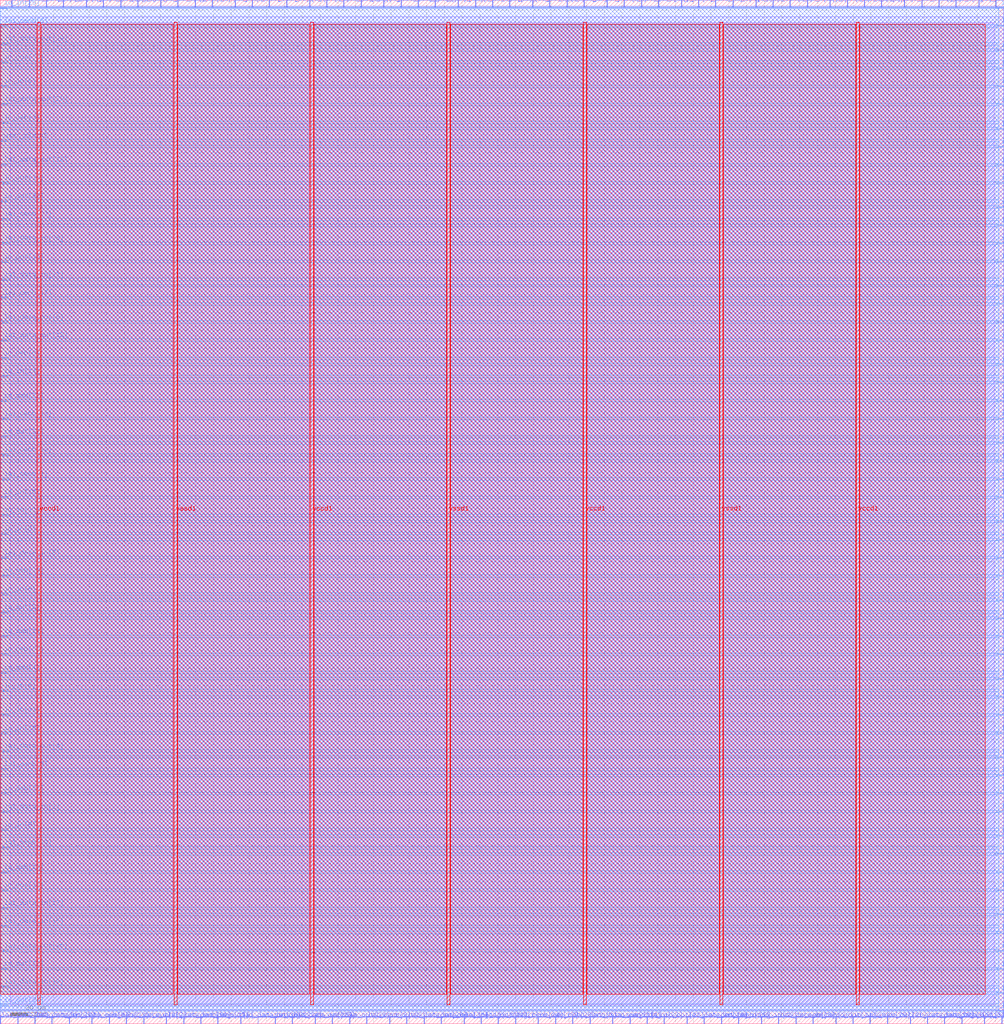
<source format=lef>
VERSION 5.7 ;
  NOWIREEXTENSIONATPIN ON ;
  DIVIDERCHAR "/" ;
  BUSBITCHARS "[]" ;
MACRO wrapped_ibnalhaytham
  CLASS BLOCK ;
  FOREIGN wrapped_ibnalhaytham ;
  ORIGIN 0.000 0.000 ;
  SIZE 565.050 BY 575.770 ;
  PIN active
    DIRECTION INPUT ;
    USE SIGNAL ;
    PORT
      LAYER met2 ;
        RECT 186.850 0.000 187.130 4.000 ;
    END
  END active
  PIN io_in[0]
    DIRECTION INPUT ;
    USE SIGNAL ;
    PORT
      LAYER met3 ;
        RECT 0.000 527.040 4.000 527.640 ;
    END
  END io_in[0]
  PIN io_in[10]
    DIRECTION INPUT ;
    USE SIGNAL ;
    PORT
      LAYER met3 ;
        RECT 0.000 295.840 4.000 296.440 ;
    END
  END io_in[10]
  PIN io_in[11]
    DIRECTION INPUT ;
    USE SIGNAL ;
    PORT
      LAYER met3 ;
        RECT 561.050 251.640 565.050 252.240 ;
    END
  END io_in[11]
  PIN io_in[12]
    DIRECTION INPUT ;
    USE SIGNAL ;
    PORT
      LAYER met3 ;
        RECT 0.000 285.640 4.000 286.240 ;
    END
  END io_in[12]
  PIN io_in[13]
    DIRECTION INPUT ;
    USE SIGNAL ;
    PORT
      LAYER met3 ;
        RECT 561.050 183.640 565.050 184.240 ;
    END
  END io_in[13]
  PIN io_in[14]
    DIRECTION INPUT ;
    USE SIGNAL ;
    PORT
      LAYER met3 ;
        RECT 0.000 363.840 4.000 364.440 ;
    END
  END io_in[14]
  PIN io_in[15]
    DIRECTION INPUT ;
    USE SIGNAL ;
    PORT
      LAYER met2 ;
        RECT 132.110 571.770 132.390 575.770 ;
    END
  END io_in[15]
  PIN io_in[16]
    DIRECTION INPUT ;
    USE SIGNAL ;
    PORT
      LAYER met3 ;
        RECT 561.050 516.840 565.050 517.440 ;
    END
  END io_in[16]
  PIN io_in[17]
    DIRECTION INPUT ;
    USE SIGNAL ;
    PORT
      LAYER met3 ;
        RECT 561.050 61.240 565.050 61.840 ;
    END
  END io_in[17]
  PIN io_in[18]
    DIRECTION INPUT ;
    USE SIGNAL ;
    PORT
      LAYER met2 ;
        RECT 270.570 0.000 270.850 4.000 ;
    END
  END io_in[18]
  PIN io_in[19]
    DIRECTION INPUT ;
    USE SIGNAL ;
    PORT
      LAYER met2 ;
        RECT 428.350 0.000 428.630 4.000 ;
    END
  END io_in[19]
  PIN io_in[1]
    DIRECTION INPUT ;
    USE SIGNAL ;
    PORT
      LAYER met2 ;
        RECT 354.290 0.000 354.570 4.000 ;
    END
  END io_in[1]
  PIN io_in[20]
    DIRECTION INPUT ;
    USE SIGNAL ;
    PORT
      LAYER met2 ;
        RECT 479.870 0.000 480.150 4.000 ;
    END
  END io_in[20]
  PIN io_in[21]
    DIRECTION INPUT ;
    USE SIGNAL ;
    PORT
      LAYER met2 ;
        RECT 541.050 0.000 541.330 4.000 ;
    END
  END io_in[21]
  PIN io_in[22]
    DIRECTION INPUT ;
    USE SIGNAL ;
    PORT
      LAYER met2 ;
        RECT 67.710 571.770 67.990 575.770 ;
    END
  END io_in[22]
  PIN io_in[23]
    DIRECTION INPUT ;
    USE SIGNAL ;
    PORT
      LAYER met2 ;
        RECT 486.310 571.770 486.590 575.770 ;
    END
  END io_in[23]
  PIN io_in[24]
    DIRECTION INPUT ;
    USE SIGNAL ;
    PORT
      LAYER met2 ;
        RECT 99.910 571.770 100.190 575.770 ;
    END
  END io_in[24]
  PIN io_in[25]
    DIRECTION INPUT ;
    USE SIGNAL ;
    PORT
      LAYER met3 ;
        RECT 0.000 571.240 4.000 571.840 ;
    END
  END io_in[25]
  PIN io_in[26]
    DIRECTION INPUT ;
    USE SIGNAL ;
    PORT
      LAYER met3 ;
        RECT 561.050 173.440 565.050 174.040 ;
    END
  END io_in[26]
  PIN io_in[27]
    DIRECTION INPUT ;
    USE SIGNAL ;
    PORT
      LAYER met2 ;
        RECT 425.130 571.770 425.410 575.770 ;
    END
  END io_in[27]
  PIN io_in[28]
    DIRECTION INPUT ;
    USE SIGNAL ;
    PORT
      LAYER met2 ;
        RECT 119.230 571.770 119.510 575.770 ;
    END
  END io_in[28]
  PIN io_in[29]
    DIRECTION INPUT ;
    USE SIGNAL ;
    PORT
      LAYER met2 ;
        RECT 309.210 571.770 309.490 575.770 ;
    END
  END io_in[29]
  PIN io_in[2]
    DIRECTION INPUT ;
    USE SIGNAL ;
    PORT
      LAYER met2 ;
        RECT 415.470 0.000 415.750 4.000 ;
    END
  END io_in[2]
  PIN io_in[30]
    DIRECTION INPUT ;
    USE SIGNAL ;
    PORT
      LAYER met3 ;
        RECT 0.000 163.240 4.000 163.840 ;
    END
  END io_in[30]
  PIN io_in[31]
    DIRECTION INPUT ;
    USE SIGNAL ;
    PORT
      LAYER met3 ;
        RECT 0.000 173.440 4.000 174.040 ;
    END
  END io_in[31]
  PIN io_in[32]
    DIRECTION INPUT ;
    USE SIGNAL ;
    PORT
      LAYER met2 ;
        RECT 154.650 0.000 154.930 4.000 ;
    END
  END io_in[32]
  PIN io_in[33]
    DIRECTION INPUT ;
    USE SIGNAL ;
    PORT
      LAYER met2 ;
        RECT 363.950 0.000 364.230 4.000 ;
    END
  END io_in[33]
  PIN io_in[34]
    DIRECTION INPUT ;
    USE SIGNAL ;
    PORT
      LAYER met2 ;
        RECT 328.530 571.770 328.810 575.770 ;
    END
  END io_in[34]
  PIN io_in[35]
    DIRECTION INPUT ;
    USE SIGNAL ;
    PORT
      LAYER met2 ;
        RECT 109.570 571.770 109.850 575.770 ;
    END
  END io_in[35]
  PIN io_in[36]
    DIRECTION INPUT ;
    USE SIGNAL ;
    PORT
      LAYER met3 ;
        RECT 561.050 493.040 565.050 493.640 ;
    END
  END io_in[36]
  PIN io_in[37]
    DIRECTION INPUT ;
    USE SIGNAL ;
    PORT
      LAYER met3 ;
        RECT 561.050 340.040 565.050 340.640 ;
    END
  END io_in[37]
  PIN io_in[3]
    DIRECTION INPUT ;
    USE SIGNAL ;
    PORT
      LAYER met2 ;
        RECT 495.970 571.770 496.250 575.770 ;
    END
  END io_in[3]
  PIN io_in[4]
    DIRECTION INPUT ;
    USE SIGNAL ;
    PORT
      LAYER met2 ;
        RECT 560.370 571.770 560.650 575.770 ;
    END
  END io_in[4]
  PIN io_in[5]
    DIRECTION INPUT ;
    USE SIGNAL ;
    PORT
      LAYER met3 ;
        RECT 0.000 187.040 4.000 187.640 ;
    END
  END io_in[5]
  PIN io_in[6]
    DIRECTION INPUT ;
    USE SIGNAL ;
    PORT
      LAYER met3 ;
        RECT 0.000 275.440 4.000 276.040 ;
    END
  END io_in[6]
  PIN io_in[7]
    DIRECTION INPUT ;
    USE SIGNAL ;
    PORT
      LAYER met2 ;
        RECT 383.270 571.770 383.550 575.770 ;
    END
  END io_in[7]
  PIN io_in[8]
    DIRECTION INPUT ;
    USE SIGNAL ;
    PORT
      LAYER met3 ;
        RECT 0.000 241.440 4.000 242.040 ;
    END
  END io_in[8]
  PIN io_in[9]
    DIRECTION INPUT ;
    USE SIGNAL ;
    PORT
      LAYER met3 ;
        RECT 0.000 108.840 4.000 109.440 ;
    END
  END io_in[9]
  PIN io_oeb[0]
    DIRECTION INOUT ;
    USE SIGNAL ;
    PORT
      LAYER met2 ;
        RECT 257.690 571.770 257.970 575.770 ;
    END
  END io_oeb[0]
  PIN io_oeb[10]
    DIRECTION INOUT ;
    USE SIGNAL ;
    PORT
      LAYER met2 ;
        RECT 447.670 0.000 447.950 4.000 ;
    END
  END io_oeb[10]
  PIN io_oeb[11]
    DIRECTION INOUT ;
    USE SIGNAL ;
    PORT
      LAYER met2 ;
        RECT 280.230 0.000 280.510 4.000 ;
    END
  END io_oeb[11]
  PIN io_oeb[12]
    DIRECTION INOUT ;
    USE SIGNAL ;
    PORT
      LAYER met3 ;
        RECT 561.050 360.440 565.050 361.040 ;
    END
  END io_oeb[12]
  PIN io_oeb[13]
    DIRECTION INOUT ;
    USE SIGNAL ;
    PORT
      LAYER met2 ;
        RECT 302.770 0.000 303.050 4.000 ;
    END
  END io_oeb[13]
  PIN io_oeb[14]
    DIRECTION INOUT ;
    USE SIGNAL ;
    PORT
      LAYER met3 ;
        RECT 0.000 217.640 4.000 218.240 ;
    END
  END io_oeb[14]
  PIN io_oeb[15]
    DIRECTION INOUT ;
    USE SIGNAL ;
    PORT
      LAYER met2 ;
        RECT 177.190 0.000 177.470 4.000 ;
    END
  END io_oeb[15]
  PIN io_oeb[16]
    DIRECTION INOUT ;
    USE SIGNAL ;
    PORT
      LAYER met2 ;
        RECT 151.430 571.770 151.710 575.770 ;
    END
  END io_oeb[16]
  PIN io_oeb[17]
    DIRECTION INOUT ;
    USE SIGNAL ;
    PORT
      LAYER met3 ;
        RECT 561.050 40.840 565.050 41.440 ;
    END
  END io_oeb[17]
  PIN io_oeb[18]
    DIRECTION INOUT ;
    USE SIGNAL ;
    PORT
      LAYER met2 ;
        RECT 77.370 571.770 77.650 575.770 ;
    END
  END io_oeb[18]
  PIN io_oeb[19]
    DIRECTION INOUT ;
    USE SIGNAL ;
    PORT
      LAYER met3 ;
        RECT 0.000 85.040 4.000 85.640 ;
    END
  END io_oeb[19]
  PIN io_oeb[1]
    DIRECTION INOUT ;
    USE SIGNAL ;
    PORT
      LAYER met3 ;
        RECT 561.050 370.640 565.050 371.240 ;
    END
  END io_oeb[1]
  PIN io_oeb[20]
    DIRECTION INOUT ;
    USE SIGNAL ;
    PORT
      LAYER met2 ;
        RECT 457.330 0.000 457.610 4.000 ;
    END
  END io_oeb[20]
  PIN io_oeb[21]
    DIRECTION INOUT ;
    USE SIGNAL ;
    PORT
      LAYER met3 ;
        RECT 561.050 547.440 565.050 548.040 ;
    END
  END io_oeb[21]
  PIN io_oeb[22]
    DIRECTION INOUT ;
    USE SIGNAL ;
    PORT
      LAYER met3 ;
        RECT 0.000 350.240 4.000 350.840 ;
    END
  END io_oeb[22]
  PIN io_oeb[23]
    DIRECTION INOUT ;
    USE SIGNAL ;
    PORT
      LAYER met2 ;
        RECT 61.270 0.000 61.550 4.000 ;
    END
  END io_oeb[23]
  PIN io_oeb[24]
    DIRECTION INOUT ;
    USE SIGNAL ;
    PORT
      LAYER met2 ;
        RECT 277.010 571.770 277.290 575.770 ;
    END
  END io_oeb[24]
  PIN io_oeb[25]
    DIRECTION INOUT ;
    USE SIGNAL ;
    PORT
      LAYER met3 ;
        RECT 561.050 163.240 565.050 163.840 ;
    END
  END io_oeb[25]
  PIN io_oeb[26]
    DIRECTION INOUT ;
    USE SIGNAL ;
    PORT
      LAYER met2 ;
        RECT 553.930 0.000 554.210 4.000 ;
    END
  END io_oeb[26]
  PIN io_oeb[27]
    DIRECTION INOUT ;
    USE SIGNAL ;
    PORT
      LAYER met3 ;
        RECT 561.050 459.040 565.050 459.640 ;
    END
  END io_oeb[27]
  PIN io_oeb[28]
    DIRECTION INOUT ;
    USE SIGNAL ;
    PORT
      LAYER met3 ;
        RECT 561.050 571.240 565.050 571.840 ;
    END
  END io_oeb[28]
  PIN io_oeb[29]
    DIRECTION INOUT ;
    USE SIGNAL ;
    PORT
      LAYER met2 ;
        RECT 489.530 0.000 489.810 4.000 ;
    END
  END io_oeb[29]
  PIN io_oeb[2]
    DIRECTION INOUT ;
    USE SIGNAL ;
    PORT
      LAYER met3 ;
        RECT 561.050 384.240 565.050 384.840 ;
    END
  END io_oeb[2]
  PIN io_oeb[30]
    DIRECTION INOUT ;
    USE SIGNAL ;
    PORT
      LAYER met3 ;
        RECT 561.050 261.840 565.050 262.440 ;
    END
  END io_oeb[30]
  PIN io_oeb[31]
    DIRECTION INOUT ;
    USE SIGNAL ;
    PORT
      LAYER met2 ;
        RECT 318.870 571.770 319.150 575.770 ;
    END
  END io_oeb[31]
  PIN io_oeb[32]
    DIRECTION INOUT ;
    USE SIGNAL ;
    PORT
      LAYER met3 ;
        RECT 561.050 306.040 565.050 306.640 ;
    END
  END io_oeb[32]
  PIN io_oeb[33]
    DIRECTION INOUT ;
    USE SIGNAL ;
    PORT
      LAYER met3 ;
        RECT 0.000 207.440 4.000 208.040 ;
    END
  END io_oeb[33]
  PIN io_oeb[34]
    DIRECTION INOUT ;
    USE SIGNAL ;
    PORT
      LAYER met2 ;
        RECT 202.950 571.770 203.230 575.770 ;
    END
  END io_oeb[34]
  PIN io_oeb[35]
    DIRECTION INOUT ;
    USE SIGNAL ;
    PORT
      LAYER met2 ;
        RECT 286.670 571.770 286.950 575.770 ;
    END
  END io_oeb[35]
  PIN io_oeb[36]
    DIRECTION INOUT ;
    USE SIGNAL ;
    PORT
      LAYER met3 ;
        RECT 0.000 251.640 4.000 252.240 ;
    END
  END io_oeb[36]
  PIN io_oeb[37]
    DIRECTION INOUT ;
    USE SIGNAL ;
    PORT
      LAYER met3 ;
        RECT 0.000 129.240 4.000 129.840 ;
    END
  END io_oeb[37]
  PIN io_oeb[3]
    DIRECTION INOUT ;
    USE SIGNAL ;
    PORT
      LAYER met3 ;
        RECT 0.000 506.640 4.000 507.240 ;
    END
  END io_oeb[3]
  PIN io_oeb[4]
    DIRECTION INOUT ;
    USE SIGNAL ;
    PORT
      LAYER met3 ;
        RECT 0.000 197.240 4.000 197.840 ;
    END
  END io_oeb[4]
  PIN io_oeb[5]
    DIRECTION INOUT ;
    USE SIGNAL ;
    PORT
      LAYER met3 ;
        RECT 561.050 17.040 565.050 17.640 ;
    END
  END io_oeb[5]
  PIN io_oeb[6]
    DIRECTION INOUT ;
    USE SIGNAL ;
    PORT
      LAYER met3 ;
        RECT 0.000 374.040 4.000 374.640 ;
    END
  END io_oeb[6]
  PIN io_oeb[7]
    DIRECTION INOUT ;
    USE SIGNAL ;
    PORT
      LAYER met3 ;
        RECT 561.050 217.640 565.050 218.240 ;
    END
  END io_oeb[7]
  PIN io_oeb[8]
    DIRECTION INOUT ;
    USE SIGNAL ;
    PORT
      LAYER met2 ;
        RECT 141.770 571.770 142.050 575.770 ;
    END
  END io_oeb[8]
  PIN io_oeb[9]
    DIRECTION INOUT ;
    USE SIGNAL ;
    PORT
      LAYER met2 ;
        RECT 51.610 0.000 51.890 4.000 ;
    END
  END io_oeb[9]
  PIN io_out[0]
    DIRECTION INOUT ;
    USE SIGNAL ;
    PORT
      LAYER met2 ;
        RECT 122.450 0.000 122.730 4.000 ;
    END
  END io_out[0]
  PIN io_out[10]
    DIRECTION INOUT ;
    USE SIGNAL ;
    PORT
      LAYER met2 ;
        RECT 466.990 571.770 467.270 575.770 ;
    END
  END io_out[10]
  PIN io_out[11]
    DIRECTION INOUT ;
    USE SIGNAL ;
    PORT
      LAYER met3 ;
        RECT 561.050 326.440 565.050 327.040 ;
    END
  END io_out[11]
  PIN io_out[12]
    DIRECTION INOUT ;
    USE SIGNAL ;
    PORT
      LAYER met3 ;
        RECT 0.000 30.640 4.000 31.240 ;
    END
  END io_out[12]
  PIN io_out[13]
    DIRECTION INOUT ;
    USE SIGNAL ;
    PORT
      LAYER met3 ;
        RECT 0.000 74.840 4.000 75.440 ;
    END
  END io_out[13]
  PIN io_out[14]
    DIRECTION INOUT ;
    USE SIGNAL ;
    PORT
      LAYER met2 ;
        RECT 470.210 0.000 470.490 4.000 ;
    END
  END io_out[14]
  PIN io_out[15]
    DIRECTION INOUT ;
    USE SIGNAL ;
    PORT
      LAYER met3 ;
        RECT 0.000 428.440 4.000 429.040 ;
    END
  END io_out[15]
  PIN io_out[16]
    DIRECTION INOUT ;
    USE SIGNAL ;
    PORT
      LAYER met3 ;
        RECT 0.000 472.640 4.000 473.240 ;
    END
  END io_out[16]
  PIN io_out[17]
    DIRECTION INOUT ;
    USE SIGNAL ;
    PORT
      LAYER met3 ;
        RECT 561.050 316.240 565.050 316.840 ;
    END
  END io_out[17]
  PIN io_out[18]
    DIRECTION INOUT ;
    USE SIGNAL ;
    PORT
      LAYER met2 ;
        RECT 161.090 571.770 161.370 575.770 ;
    END
  END io_out[18]
  PIN io_out[19]
    DIRECTION INOUT ;
    USE SIGNAL ;
    PORT
      LAYER met3 ;
        RECT 561.050 472.640 565.050 473.240 ;
    END
  END io_out[19]
  PIN io_out[1]
    DIRECTION INOUT ;
    USE SIGNAL ;
    PORT
      LAYER met3 ;
        RECT 561.050 207.440 565.050 208.040 ;
    END
  END io_out[1]
  PIN io_out[20]
    DIRECTION INOUT ;
    USE SIGNAL ;
    PORT
      LAYER met2 ;
        RECT 499.190 0.000 499.470 4.000 ;
    END
  END io_out[20]
  PIN io_out[21]
    DIRECTION INOUT ;
    USE SIGNAL ;
    PORT
      LAYER met2 ;
        RECT 454.110 571.770 454.390 575.770 ;
    END
  END io_out[21]
  PIN io_out[22]
    DIRECTION INOUT ;
    USE SIGNAL ;
    PORT
      LAYER met3 ;
        RECT 0.000 462.440 4.000 463.040 ;
    END
  END io_out[22]
  PIN io_out[23]
    DIRECTION INOUT ;
    USE SIGNAL ;
    PORT
      LAYER met2 ;
        RECT 373.610 0.000 373.890 4.000 ;
    END
  END io_out[23]
  PIN io_out[24]
    DIRECTION INOUT ;
    USE SIGNAL ;
    PORT
      LAYER met3 ;
        RECT 0.000 10.240 4.000 10.840 ;
    END
  END io_out[24]
  PIN io_out[25]
    DIRECTION INOUT ;
    USE SIGNAL ;
    PORT
      LAYER met2 ;
        RECT 312.430 0.000 312.710 4.000 ;
    END
  END io_out[25]
  PIN io_out[26]
    DIRECTION INOUT ;
    USE SIGNAL ;
    PORT
      LAYER met2 ;
        RECT 412.250 571.770 412.530 575.770 ;
    END
  END io_out[26]
  PIN io_out[27]
    DIRECTION INOUT ;
    USE SIGNAL ;
    PORT
      LAYER met2 ;
        RECT 341.410 571.770 341.690 575.770 ;
    END
  END io_out[27]
  PIN io_out[28]
    DIRECTION INOUT ;
    USE SIGNAL ;
    PORT
      LAYER met2 ;
        RECT 434.790 571.770 435.070 575.770 ;
    END
  END io_out[28]
  PIN io_out[29]
    DIRECTION INOUT ;
    USE SIGNAL ;
    PORT
      LAYER met2 ;
        RECT 196.510 0.000 196.790 4.000 ;
    END
  END io_out[29]
  PIN io_out[2]
    DIRECTION INOUT ;
    USE SIGNAL ;
    PORT
      LAYER met3 ;
        RECT 561.050 30.640 565.050 31.240 ;
    END
  END io_out[2]
  PIN io_out[30]
    DIRECTION INOUT ;
    USE SIGNAL ;
    PORT
      LAYER met2 ;
        RECT 80.590 0.000 80.870 4.000 ;
    END
  END io_out[30]
  PIN io_out[31]
    DIRECTION INOUT ;
    USE SIGNAL ;
    PORT
      LAYER met3 ;
        RECT 0.000 329.840 4.000 330.440 ;
    END
  END io_out[31]
  PIN io_out[32]
    DIRECTION INOUT ;
    USE SIGNAL ;
    PORT
      LAYER met2 ;
        RECT 518.510 571.770 518.790 575.770 ;
    END
  END io_out[32]
  PIN io_out[33]
    DIRECTION INOUT ;
    USE SIGNAL ;
    PORT
      LAYER met3 ;
        RECT 0.000 540.640 4.000 541.240 ;
    END
  END io_out[33]
  PIN io_out[34]
    DIRECTION INOUT ;
    USE SIGNAL ;
    PORT
      LAYER met3 ;
        RECT 561.050 85.040 565.050 85.640 ;
    END
  END io_out[34]
  PIN io_out[35]
    DIRECTION INOUT ;
    USE SIGNAL ;
    PORT
      LAYER met3 ;
        RECT 561.050 482.840 565.050 483.440 ;
    END
  END io_out[35]
  PIN io_out[36]
    DIRECTION INOUT ;
    USE SIGNAL ;
    PORT
      LAYER met3 ;
        RECT 561.050 448.840 565.050 449.440 ;
    END
  END io_out[36]
  PIN io_out[37]
    DIRECTION INOUT ;
    USE SIGNAL ;
    PORT
      LAYER met2 ;
        RECT 173.970 571.770 174.250 575.770 ;
    END
  END io_out[37]
  PIN io_out[3]
    DIRECTION INOUT ;
    USE SIGNAL ;
    PORT
      LAYER met3 ;
        RECT 561.050 527.040 565.050 527.640 ;
    END
  END io_out[3]
  PIN io_out[4]
    DIRECTION INOUT ;
    USE SIGNAL ;
    PORT
      LAYER met2 ;
        RECT 370.390 571.770 370.670 575.770 ;
    END
  END io_out[4]
  PIN io_out[5]
    DIRECTION INOUT ;
    USE SIGNAL ;
    PORT
      LAYER met3 ;
        RECT 561.050 350.240 565.050 350.840 ;
    END
  END io_out[5]
  PIN io_out[6]
    DIRECTION INOUT ;
    USE SIGNAL ;
    PORT
      LAYER met3 ;
        RECT 561.050 438.640 565.050 439.240 ;
    END
  END io_out[6]
  PIN io_out[7]
    DIRECTION INOUT ;
    USE SIGNAL ;
    PORT
      LAYER met2 ;
        RECT 537.830 571.770 538.110 575.770 ;
    END
  END io_out[7]
  PIN io_out[8]
    DIRECTION INOUT ;
    USE SIGNAL ;
    PORT
      LAYER met3 ;
        RECT 0.000 231.240 4.000 231.840 ;
    END
  END io_out[8]
  PIN io_out[9]
    DIRECTION INOUT ;
    USE SIGNAL ;
    PORT
      LAYER met2 ;
        RECT 219.050 0.000 219.330 4.000 ;
    END
  END io_out[9]
  PIN la1_data_in[0]
    DIRECTION INPUT ;
    USE SIGNAL ;
    PORT
      LAYER met3 ;
        RECT 561.050 119.040 565.050 119.640 ;
    END
  END la1_data_in[0]
  PIN la1_data_in[10]
    DIRECTION INPUT ;
    USE SIGNAL ;
    PORT
      LAYER met3 ;
        RECT 561.050 95.240 565.050 95.840 ;
    END
  END la1_data_in[10]
  PIN la1_data_in[11]
    DIRECTION INPUT ;
    USE SIGNAL ;
    PORT
      LAYER met2 ;
        RECT 248.030 0.000 248.310 4.000 ;
    END
  END la1_data_in[11]
  PIN la1_data_in[12]
    DIRECTION INPUT ;
    USE SIGNAL ;
    PORT
      LAYER met2 ;
        RECT 16.190 571.770 16.470 575.770 ;
    END
  END la1_data_in[12]
  PIN la1_data_in[13]
    DIRECTION INPUT ;
    USE SIGNAL ;
    PORT
      LAYER met2 ;
        RECT 531.390 0.000 531.670 4.000 ;
    END
  END la1_data_in[13]
  PIN la1_data_in[14]
    DIRECTION INPUT ;
    USE SIGNAL ;
    PORT
      LAYER met2 ;
        RECT 386.490 0.000 386.770 4.000 ;
    END
  END la1_data_in[14]
  PIN la1_data_in[15]
    DIRECTION INPUT ;
    USE SIGNAL ;
    PORT
      LAYER met3 ;
        RECT 0.000 54.440 4.000 55.040 ;
    END
  END la1_data_in[15]
  PIN la1_data_in[16]
    DIRECTION INPUT ;
    USE SIGNAL ;
    PORT
      LAYER met2 ;
        RECT 183.630 571.770 183.910 575.770 ;
    END
  END la1_data_in[16]
  PIN la1_data_in[17]
    DIRECTION INPUT ;
    USE SIGNAL ;
    PORT
      LAYER met3 ;
        RECT 0.000 64.640 4.000 65.240 ;
    END
  END la1_data_in[17]
  PIN la1_data_in[18]
    DIRECTION INPUT ;
    USE SIGNAL ;
    PORT
      LAYER met2 ;
        RECT 267.350 571.770 267.630 575.770 ;
    END
  END la1_data_in[18]
  PIN la1_data_in[19]
    DIRECTION INPUT ;
    USE SIGNAL ;
    PORT
      LAYER met3 ;
        RECT 0.000 20.440 4.000 21.040 ;
    END
  END la1_data_in[19]
  PIN la1_data_in[1]
    DIRECTION INPUT ;
    USE SIGNAL ;
    PORT
      LAYER met2 ;
        RECT 193.290 571.770 193.570 575.770 ;
    END
  END la1_data_in[1]
  PIN la1_data_in[20]
    DIRECTION INPUT ;
    USE SIGNAL ;
    PORT
      LAYER met2 ;
        RECT 228.710 0.000 228.990 4.000 ;
    END
  END la1_data_in[20]
  PIN la1_data_in[21]
    DIRECTION INPUT ;
    USE SIGNAL ;
    PORT
      LAYER met3 ;
        RECT 0.000 418.240 4.000 418.840 ;
    END
  END la1_data_in[21]
  PIN la1_data_in[22]
    DIRECTION INPUT ;
    USE SIGNAL ;
    PORT
      LAYER met2 ;
        RECT 550.710 571.770 550.990 575.770 ;
    END
  END la1_data_in[22]
  PIN la1_data_in[23]
    DIRECTION INPUT ;
    USE SIGNAL ;
    PORT
      LAYER met3 ;
        RECT 561.050 105.440 565.050 106.040 ;
    END
  END la1_data_in[23]
  PIN la1_data_in[24]
    DIRECTION INPUT ;
    USE SIGNAL ;
    PORT
      LAYER met3 ;
        RECT 561.050 282.240 565.050 282.840 ;
    END
  END la1_data_in[24]
  PIN la1_data_in[25]
    DIRECTION INPUT ;
    USE SIGNAL ;
    PORT
      LAYER met2 ;
        RECT 164.310 0.000 164.590 4.000 ;
    END
  END la1_data_in[25]
  PIN la1_data_in[26]
    DIRECTION INPUT ;
    USE SIGNAL ;
    PORT
      LAYER met3 ;
        RECT 0.000 438.640 4.000 439.240 ;
    END
  END la1_data_in[26]
  PIN la1_data_in[27]
    DIRECTION INPUT ;
    USE SIGNAL ;
    PORT
      LAYER met3 ;
        RECT 561.050 51.040 565.050 51.640 ;
    END
  END la1_data_in[27]
  PIN la1_data_in[28]
    DIRECTION INPUT ;
    USE SIGNAL ;
    PORT
      LAYER met2 ;
        RECT 6.530 571.770 6.810 575.770 ;
    END
  END la1_data_in[28]
  PIN la1_data_in[29]
    DIRECTION INPUT ;
    USE SIGNAL ;
    PORT
      LAYER met2 ;
        RECT 48.390 571.770 48.670 575.770 ;
    END
  END la1_data_in[29]
  PIN la1_data_in[2]
    DIRECTION INPUT ;
    USE SIGNAL ;
    PORT
      LAYER met3 ;
        RECT 0.000 119.040 4.000 119.640 ;
    END
  END la1_data_in[2]
  PIN la1_data_in[30]
    DIRECTION INPUT ;
    USE SIGNAL ;
    PORT
      LAYER met2 ;
        RECT 135.330 0.000 135.610 4.000 ;
    END
  END la1_data_in[30]
  PIN la1_data_in[31]
    DIRECTION INPUT ;
    USE SIGNAL ;
    PORT
      LAYER met2 ;
        RECT 19.410 0.000 19.690 4.000 ;
    END
  END la1_data_in[31]
  PIN la1_data_in[3]
    DIRECTION INPUT ;
    USE SIGNAL ;
    PORT
      LAYER met2 ;
        RECT 438.010 0.000 438.290 4.000 ;
    END
  END la1_data_in[3]
  PIN la1_data_in[4]
    DIRECTION INPUT ;
    USE SIGNAL ;
    PORT
      LAYER met2 ;
        RECT 563.590 0.000 563.870 4.000 ;
    END
  END la1_data_in[4]
  PIN la1_data_in[5]
    DIRECTION INPUT ;
    USE SIGNAL ;
    PORT
      LAYER met2 ;
        RECT 476.650 571.770 476.930 575.770 ;
    END
  END la1_data_in[5]
  PIN la1_data_in[6]
    DIRECTION INPUT ;
    USE SIGNAL ;
    PORT
      LAYER met2 ;
        RECT 25.850 571.770 26.130 575.770 ;
    END
  END la1_data_in[6]
  PIN la1_data_in[7]
    DIRECTION INPUT ;
    USE SIGNAL ;
    PORT
      LAYER met2 ;
        RECT 215.830 571.770 216.110 575.770 ;
    END
  END la1_data_in[7]
  PIN la1_data_in[8]
    DIRECTION INPUT ;
    USE SIGNAL ;
    PORT
      LAYER met3 ;
        RECT 0.000 261.840 4.000 262.440 ;
    END
  END la1_data_in[8]
  PIN la1_data_in[9]
    DIRECTION INPUT ;
    USE SIGNAL ;
    PORT
      LAYER met2 ;
        RECT 225.490 571.770 225.770 575.770 ;
    END
  END la1_data_in[9]
  PIN la1_data_out[0]
    DIRECTION INOUT ;
    USE SIGNAL ;
    PORT
      LAYER met3 ;
        RECT 0.000 394.440 4.000 395.040 ;
    END
  END la1_data_out[0]
  PIN la1_data_out[10]
    DIRECTION INOUT ;
    USE SIGNAL ;
    PORT
      LAYER met2 ;
        RECT 93.470 0.000 93.750 4.000 ;
    END
  END la1_data_out[10]
  PIN la1_data_out[11]
    DIRECTION INOUT ;
    USE SIGNAL ;
    PORT
      LAYER met3 ;
        RECT 561.050 139.440 565.050 140.040 ;
    END
  END la1_data_out[11]
  PIN la1_data_out[12]
    DIRECTION INOUT ;
    USE SIGNAL ;
    PORT
      LAYER met2 ;
        RECT 260.910 0.000 261.190 4.000 ;
    END
  END la1_data_out[12]
  PIN la1_data_out[13]
    DIRECTION INOUT ;
    USE SIGNAL ;
    PORT
      LAYER met3 ;
        RECT 561.050 537.240 565.050 537.840 ;
    END
  END la1_data_out[13]
  PIN la1_data_out[14]
    DIRECTION INOUT ;
    USE SIGNAL ;
    PORT
      LAYER met3 ;
        RECT 561.050 414.840 565.050 415.440 ;
    END
  END la1_data_out[14]
  PIN la1_data_out[15]
    DIRECTION INOUT ;
    USE SIGNAL ;
    PORT
      LAYER met2 ;
        RECT 299.550 571.770 299.830 575.770 ;
    END
  END la1_data_out[15]
  PIN la1_data_out[16]
    DIRECTION INOUT ;
    USE SIGNAL ;
    PORT
      LAYER met3 ;
        RECT 0.000 482.840 4.000 483.440 ;
    END
  END la1_data_out[16]
  PIN la1_data_out[17]
    DIRECTION INOUT ;
    USE SIGNAL ;
    PORT
      LAYER met3 ;
        RECT 561.050 193.840 565.050 194.440 ;
    END
  END la1_data_out[17]
  PIN la1_data_out[18]
    DIRECTION INOUT ;
    USE SIGNAL ;
    PORT
      LAYER met3 ;
        RECT 0.000 384.240 4.000 384.840 ;
    END
  END la1_data_out[18]
  PIN la1_data_out[19]
    DIRECTION INOUT ;
    USE SIGNAL ;
    PORT
      LAYER met2 ;
        RECT 58.050 571.770 58.330 575.770 ;
    END
  END la1_data_out[19]
  PIN la1_data_out[1]
    DIRECTION INOUT ;
    USE SIGNAL ;
    PORT
      LAYER met3 ;
        RECT 561.050 295.840 565.050 296.440 ;
    END
  END la1_data_out[1]
  PIN la1_data_out[20]
    DIRECTION INOUT ;
    USE SIGNAL ;
    PORT
      LAYER met3 ;
        RECT 0.000 516.840 4.000 517.440 ;
    END
  END la1_data_out[20]
  PIN la1_data_out[21]
    DIRECTION INOUT ;
    USE SIGNAL ;
    PORT
      LAYER met2 ;
        RECT 331.750 0.000 332.030 4.000 ;
    END
  END la1_data_out[21]
  PIN la1_data_out[22]
    DIRECTION INOUT ;
    USE SIGNAL ;
    PORT
      LAYER met3 ;
        RECT 561.050 503.240 565.050 503.840 ;
    END
  END la1_data_out[22]
  PIN la1_data_out[23]
    DIRECTION INOUT ;
    USE SIGNAL ;
    PORT
      LAYER met2 ;
        RECT 351.070 571.770 351.350 575.770 ;
    END
  END la1_data_out[23]
  PIN la1_data_out[24]
    DIRECTION INOUT ;
    USE SIGNAL ;
    PORT
      LAYER met2 ;
        RECT 144.990 0.000 145.270 4.000 ;
    END
  END la1_data_out[24]
  PIN la1_data_out[25]
    DIRECTION INOUT ;
    USE SIGNAL ;
    PORT
      LAYER met3 ;
        RECT 561.050 227.840 565.050 228.440 ;
    END
  END la1_data_out[25]
  PIN la1_data_out[26]
    DIRECTION INOUT ;
    USE SIGNAL ;
    PORT
      LAYER met3 ;
        RECT 0.000 40.840 4.000 41.440 ;
    END
  END la1_data_out[26]
  PIN la1_data_out[27]
    DIRECTION INOUT ;
    USE SIGNAL ;
    PORT
      LAYER met3 ;
        RECT 561.050 74.840 565.050 75.440 ;
    END
  END la1_data_out[27]
  PIN la1_data_out[28]
    DIRECTION INOUT ;
    USE SIGNAL ;
    PORT
      LAYER met3 ;
        RECT 0.000 550.840 4.000 551.440 ;
    END
  END la1_data_out[28]
  PIN la1_data_out[29]
    DIRECTION INOUT ;
    USE SIGNAL ;
    PORT
      LAYER met2 ;
        RECT 512.070 0.000 512.350 4.000 ;
    END
  END la1_data_out[29]
  PIN la1_data_out[2]
    DIRECTION INOUT ;
    USE SIGNAL ;
    PORT
      LAYER met2 ;
        RECT 70.930 0.000 71.210 4.000 ;
    END
  END la1_data_out[2]
  PIN la1_data_out[30]
    DIRECTION INOUT ;
    USE SIGNAL ;
    PORT
      LAYER met2 ;
        RECT 238.370 0.000 238.650 4.000 ;
    END
  END la1_data_out[30]
  PIN la1_data_out[31]
    DIRECTION INOUT ;
    USE SIGNAL ;
    PORT
      LAYER met3 ;
        RECT 561.050 149.640 565.050 150.240 ;
    END
  END la1_data_out[31]
  PIN la1_data_out[3]
    DIRECTION INOUT ;
    USE SIGNAL ;
    PORT
      LAYER met3 ;
        RECT 561.050 561.040 565.050 561.640 ;
    END
  END la1_data_out[3]
  PIN la1_data_out[4]
    DIRECTION INOUT ;
    USE SIGNAL ;
    PORT
      LAYER met3 ;
        RECT 0.000 153.040 4.000 153.640 ;
    END
  END la1_data_out[4]
  PIN la1_data_out[5]
    DIRECTION INOUT ;
    USE SIGNAL ;
    PORT
      LAYER met2 ;
        RECT 521.730 0.000 522.010 4.000 ;
    END
  END la1_data_out[5]
  PIN la1_data_out[6]
    DIRECTION INOUT ;
    USE SIGNAL ;
    PORT
      LAYER met2 ;
        RECT 38.730 0.000 39.010 4.000 ;
    END
  END la1_data_out[6]
  PIN la1_data_out[7]
    DIRECTION INOUT ;
    USE SIGNAL ;
    PORT
      LAYER met3 ;
        RECT 561.050 238.040 565.050 238.640 ;
    END
  END la1_data_out[7]
  PIN la1_data_out[8]
    DIRECTION INOUT ;
    USE SIGNAL ;
    PORT
      LAYER met2 ;
        RECT 9.750 0.000 10.030 4.000 ;
    END
  END la1_data_out[8]
  PIN la1_data_out[9]
    DIRECTION INOUT ;
    USE SIGNAL ;
    PORT
      LAYER met3 ;
        RECT 561.050 428.440 565.050 429.040 ;
    END
  END la1_data_out[9]
  PIN la1_oenb[0]
    DIRECTION INPUT ;
    USE SIGNAL ;
    PORT
      LAYER met2 ;
        RECT 528.170 571.770 528.450 575.770 ;
    END
  END la1_oenb[0]
  PIN la1_oenb[10]
    DIRECTION INPUT ;
    USE SIGNAL ;
    PORT
      LAYER met3 ;
        RECT 561.050 6.840 565.050 7.440 ;
    END
  END la1_oenb[10]
  PIN la1_oenb[11]
    DIRECTION INPUT ;
    USE SIGNAL ;
    PORT
      LAYER met2 ;
        RECT 508.850 571.770 509.130 575.770 ;
    END
  END la1_oenb[11]
  PIN la1_oenb[12]
    DIRECTION INPUT ;
    USE SIGNAL ;
    PORT
      LAYER met3 ;
        RECT 0.000 319.640 4.000 320.240 ;
    END
  END la1_oenb[12]
  PIN la1_oenb[13]
    DIRECTION INPUT ;
    USE SIGNAL ;
    PORT
      LAYER met3 ;
        RECT 0.000 340.040 4.000 340.640 ;
    END
  END la1_oenb[13]
  PIN la1_oenb[14]
    DIRECTION INPUT ;
    USE SIGNAL ;
    PORT
      LAYER met2 ;
        RECT 344.630 0.000 344.910 4.000 ;
    END
  END la1_oenb[14]
  PIN la1_oenb[15]
    DIRECTION INPUT ;
    USE SIGNAL ;
    PORT
      LAYER met2 ;
        RECT 0.090 0.000 0.370 4.000 ;
    END
  END la1_oenb[15]
  PIN la1_oenb[16]
    DIRECTION INPUT ;
    USE SIGNAL ;
    PORT
      LAYER met2 ;
        RECT 405.810 0.000 406.090 4.000 ;
    END
  END la1_oenb[16]
  PIN la1_oenb[17]
    DIRECTION INPUT ;
    USE SIGNAL ;
    PORT
      LAYER met3 ;
        RECT 0.000 408.040 4.000 408.640 ;
    END
  END la1_oenb[17]
  PIN la1_oenb[18]
    DIRECTION INPUT ;
    USE SIGNAL ;
    PORT
      LAYER met2 ;
        RECT 35.510 571.770 35.790 575.770 ;
    END
  END la1_oenb[18]
  PIN la1_oenb[19]
    DIRECTION INPUT ;
    USE SIGNAL ;
    PORT
      LAYER met2 ;
        RECT 244.810 571.770 245.090 575.770 ;
    END
  END la1_oenb[19]
  PIN la1_oenb[1]
    DIRECTION INPUT ;
    USE SIGNAL ;
    PORT
      LAYER met3 ;
        RECT 0.000 306.040 4.000 306.640 ;
    END
  END la1_oenb[1]
  PIN la1_oenb[20]
    DIRECTION INPUT ;
    USE SIGNAL ;
    PORT
      LAYER met2 ;
        RECT 103.130 0.000 103.410 4.000 ;
    END
  END la1_oenb[20]
  PIN la1_oenb[21]
    DIRECTION INPUT ;
    USE SIGNAL ;
    PORT
      LAYER met2 ;
        RECT 29.070 0.000 29.350 4.000 ;
    END
  END la1_oenb[21]
  PIN la1_oenb[22]
    DIRECTION INPUT ;
    USE SIGNAL ;
    PORT
      LAYER met2 ;
        RECT 360.730 571.770 361.010 575.770 ;
    END
  END la1_oenb[22]
  PIN la1_oenb[23]
    DIRECTION INPUT ;
    USE SIGNAL ;
    PORT
      LAYER met2 ;
        RECT 235.150 571.770 235.430 575.770 ;
    END
  END la1_oenb[23]
  PIN la1_oenb[24]
    DIRECTION INPUT ;
    USE SIGNAL ;
    PORT
      LAYER met2 ;
        RECT 289.890 0.000 290.170 4.000 ;
    END
  END la1_oenb[24]
  PIN la1_oenb[25]
    DIRECTION INPUT ;
    USE SIGNAL ;
    PORT
      LAYER met2 ;
        RECT 444.450 571.770 444.730 575.770 ;
    END
  END la1_oenb[25]
  PIN la1_oenb[26]
    DIRECTION INPUT ;
    USE SIGNAL ;
    PORT
      LAYER met3 ;
        RECT 561.050 129.240 565.050 129.840 ;
    END
  END la1_oenb[26]
  PIN la1_oenb[27]
    DIRECTION INPUT ;
    USE SIGNAL ;
    PORT
      LAYER met3 ;
        RECT 0.000 452.240 4.000 452.840 ;
    END
  END la1_oenb[27]
  PIN la1_oenb[28]
    DIRECTION INPUT ;
    USE SIGNAL ;
    PORT
      LAYER met3 ;
        RECT 561.050 404.640 565.050 405.240 ;
    END
  END la1_oenb[28]
  PIN la1_oenb[29]
    DIRECTION INPUT ;
    USE SIGNAL ;
    PORT
      LAYER met2 ;
        RECT 112.790 0.000 113.070 4.000 ;
    END
  END la1_oenb[29]
  PIN la1_oenb[2]
    DIRECTION INPUT ;
    USE SIGNAL ;
    PORT
      LAYER met2 ;
        RECT 206.170 0.000 206.450 4.000 ;
    END
  END la1_oenb[2]
  PIN la1_oenb[30]
    DIRECTION INPUT ;
    USE SIGNAL ;
    PORT
      LAYER met3 ;
        RECT 0.000 98.640 4.000 99.240 ;
    END
  END la1_oenb[30]
  PIN la1_oenb[31]
    DIRECTION INPUT ;
    USE SIGNAL ;
    PORT
      LAYER met3 ;
        RECT 561.050 394.440 565.050 395.040 ;
    END
  END la1_oenb[31]
  PIN la1_oenb[3]
    DIRECTION INPUT ;
    USE SIGNAL ;
    PORT
      LAYER met2 ;
        RECT 322.090 0.000 322.370 4.000 ;
    END
  END la1_oenb[3]
  PIN la1_oenb[4]
    DIRECTION INPUT ;
    USE SIGNAL ;
    PORT
      LAYER met2 ;
        RECT 402.590 571.770 402.870 575.770 ;
    END
  END la1_oenb[4]
  PIN la1_oenb[5]
    DIRECTION INPUT ;
    USE SIGNAL ;
    PORT
      LAYER met2 ;
        RECT 392.930 571.770 393.210 575.770 ;
    END
  END la1_oenb[5]
  PIN la1_oenb[6]
    DIRECTION INPUT ;
    USE SIGNAL ;
    PORT
      LAYER met3 ;
        RECT 0.000 561.040 4.000 561.640 ;
    END
  END la1_oenb[6]
  PIN la1_oenb[7]
    DIRECTION INPUT ;
    USE SIGNAL ;
    PORT
      LAYER met2 ;
        RECT 90.250 571.770 90.530 575.770 ;
    END
  END la1_oenb[7]
  PIN la1_oenb[8]
    DIRECTION INPUT ;
    USE SIGNAL ;
    PORT
      LAYER met2 ;
        RECT 396.150 0.000 396.430 4.000 ;
    END
  END la1_oenb[8]
  PIN la1_oenb[9]
    DIRECTION INPUT ;
    USE SIGNAL ;
    PORT
      LAYER met3 ;
        RECT 0.000 142.840 4.000 143.440 ;
    END
  END la1_oenb[9]
  PIN user_clock2
    DIRECTION INPUT ;
    USE SIGNAL ;
    PORT
      LAYER met3 ;
        RECT 0.000 496.440 4.000 497.040 ;
    END
  END user_clock2
  PIN vccd1
    DIRECTION INOUT ;
    USE POWER ;
    PORT
      LAYER met4 ;
        RECT 21.040 10.640 22.640 563.280 ;
    END
    PORT
      LAYER met4 ;
        RECT 174.640 10.640 176.240 563.280 ;
    END
    PORT
      LAYER met4 ;
        RECT 328.240 10.640 329.840 563.280 ;
    END
    PORT
      LAYER met4 ;
        RECT 481.840 10.640 483.440 563.280 ;
    END
  END vccd1
  PIN vssd1
    DIRECTION INOUT ;
    USE GROUND ;
    PORT
      LAYER met4 ;
        RECT 97.840 10.640 99.440 563.280 ;
    END
    PORT
      LAYER met4 ;
        RECT 251.440 10.640 253.040 563.280 ;
    END
    PORT
      LAYER met4 ;
        RECT 405.040 10.640 406.640 563.280 ;
    END
  END vssd1
  PIN wb_clk_i
    DIRECTION INPUT ;
    USE SIGNAL ;
    PORT
      LAYER met3 ;
        RECT 561.050 272.040 565.050 272.640 ;
    END
  END wb_clk_i
  OBS
      LAYER li1 ;
        RECT 5.520 10.795 559.360 563.125 ;
      LAYER met1 ;
        RECT 0.070 7.520 564.810 566.400 ;
      LAYER met2 ;
        RECT 0.090 571.490 6.250 572.290 ;
        RECT 7.090 571.490 15.910 572.290 ;
        RECT 16.750 571.490 25.570 572.290 ;
        RECT 26.410 571.490 35.230 572.290 ;
        RECT 36.070 571.490 48.110 572.290 ;
        RECT 48.950 571.490 57.770 572.290 ;
        RECT 58.610 571.490 67.430 572.290 ;
        RECT 68.270 571.490 77.090 572.290 ;
        RECT 77.930 571.490 89.970 572.290 ;
        RECT 90.810 571.490 99.630 572.290 ;
        RECT 100.470 571.490 109.290 572.290 ;
        RECT 110.130 571.490 118.950 572.290 ;
        RECT 119.790 571.490 131.830 572.290 ;
        RECT 132.670 571.490 141.490 572.290 ;
        RECT 142.330 571.490 151.150 572.290 ;
        RECT 151.990 571.490 160.810 572.290 ;
        RECT 161.650 571.490 173.690 572.290 ;
        RECT 174.530 571.490 183.350 572.290 ;
        RECT 184.190 571.490 193.010 572.290 ;
        RECT 193.850 571.490 202.670 572.290 ;
        RECT 203.510 571.490 215.550 572.290 ;
        RECT 216.390 571.490 225.210 572.290 ;
        RECT 226.050 571.490 234.870 572.290 ;
        RECT 235.710 571.490 244.530 572.290 ;
        RECT 245.370 571.490 257.410 572.290 ;
        RECT 258.250 571.490 267.070 572.290 ;
        RECT 267.910 571.490 276.730 572.290 ;
        RECT 277.570 571.490 286.390 572.290 ;
        RECT 287.230 571.490 299.270 572.290 ;
        RECT 300.110 571.490 308.930 572.290 ;
        RECT 309.770 571.490 318.590 572.290 ;
        RECT 319.430 571.490 328.250 572.290 ;
        RECT 329.090 571.490 341.130 572.290 ;
        RECT 341.970 571.490 350.790 572.290 ;
        RECT 351.630 571.490 360.450 572.290 ;
        RECT 361.290 571.490 370.110 572.290 ;
        RECT 370.950 571.490 382.990 572.290 ;
        RECT 383.830 571.490 392.650 572.290 ;
        RECT 393.490 571.490 402.310 572.290 ;
        RECT 403.150 571.490 411.970 572.290 ;
        RECT 412.810 571.490 424.850 572.290 ;
        RECT 425.690 571.490 434.510 572.290 ;
        RECT 435.350 571.490 444.170 572.290 ;
        RECT 445.010 571.490 453.830 572.290 ;
        RECT 454.670 571.490 466.710 572.290 ;
        RECT 467.550 571.490 476.370 572.290 ;
        RECT 477.210 571.490 486.030 572.290 ;
        RECT 486.870 571.490 495.690 572.290 ;
        RECT 496.530 571.490 508.570 572.290 ;
        RECT 509.410 571.490 518.230 572.290 ;
        RECT 519.070 571.490 527.890 572.290 ;
        RECT 528.730 571.490 537.550 572.290 ;
        RECT 538.390 571.490 550.430 572.290 ;
        RECT 551.270 571.490 560.090 572.290 ;
        RECT 560.930 571.490 564.780 572.290 ;
        RECT 0.090 4.280 564.780 571.490 ;
        RECT 0.650 3.670 9.470 4.280 ;
        RECT 10.310 3.670 19.130 4.280 ;
        RECT 19.970 3.670 28.790 4.280 ;
        RECT 29.630 3.670 38.450 4.280 ;
        RECT 39.290 3.670 51.330 4.280 ;
        RECT 52.170 3.670 60.990 4.280 ;
        RECT 61.830 3.670 70.650 4.280 ;
        RECT 71.490 3.670 80.310 4.280 ;
        RECT 81.150 3.670 93.190 4.280 ;
        RECT 94.030 3.670 102.850 4.280 ;
        RECT 103.690 3.670 112.510 4.280 ;
        RECT 113.350 3.670 122.170 4.280 ;
        RECT 123.010 3.670 135.050 4.280 ;
        RECT 135.890 3.670 144.710 4.280 ;
        RECT 145.550 3.670 154.370 4.280 ;
        RECT 155.210 3.670 164.030 4.280 ;
        RECT 164.870 3.670 176.910 4.280 ;
        RECT 177.750 3.670 186.570 4.280 ;
        RECT 187.410 3.670 196.230 4.280 ;
        RECT 197.070 3.670 205.890 4.280 ;
        RECT 206.730 3.670 218.770 4.280 ;
        RECT 219.610 3.670 228.430 4.280 ;
        RECT 229.270 3.670 238.090 4.280 ;
        RECT 238.930 3.670 247.750 4.280 ;
        RECT 248.590 3.670 260.630 4.280 ;
        RECT 261.470 3.670 270.290 4.280 ;
        RECT 271.130 3.670 279.950 4.280 ;
        RECT 280.790 3.670 289.610 4.280 ;
        RECT 290.450 3.670 302.490 4.280 ;
        RECT 303.330 3.670 312.150 4.280 ;
        RECT 312.990 3.670 321.810 4.280 ;
        RECT 322.650 3.670 331.470 4.280 ;
        RECT 332.310 3.670 344.350 4.280 ;
        RECT 345.190 3.670 354.010 4.280 ;
        RECT 354.850 3.670 363.670 4.280 ;
        RECT 364.510 3.670 373.330 4.280 ;
        RECT 374.170 3.670 386.210 4.280 ;
        RECT 387.050 3.670 395.870 4.280 ;
        RECT 396.710 3.670 405.530 4.280 ;
        RECT 406.370 3.670 415.190 4.280 ;
        RECT 416.030 3.670 428.070 4.280 ;
        RECT 428.910 3.670 437.730 4.280 ;
        RECT 438.570 3.670 447.390 4.280 ;
        RECT 448.230 3.670 457.050 4.280 ;
        RECT 457.890 3.670 469.930 4.280 ;
        RECT 470.770 3.670 479.590 4.280 ;
        RECT 480.430 3.670 489.250 4.280 ;
        RECT 490.090 3.670 498.910 4.280 ;
        RECT 499.750 3.670 511.790 4.280 ;
        RECT 512.630 3.670 521.450 4.280 ;
        RECT 522.290 3.670 531.110 4.280 ;
        RECT 531.950 3.670 540.770 4.280 ;
        RECT 541.610 3.670 553.650 4.280 ;
        RECT 554.490 3.670 563.310 4.280 ;
        RECT 564.150 3.670 564.780 4.280 ;
      LAYER met3 ;
        RECT 4.400 570.840 560.650 571.705 ;
        RECT 0.065 562.040 562.055 570.840 ;
        RECT 4.400 560.640 560.650 562.040 ;
        RECT 0.065 551.840 562.055 560.640 ;
        RECT 4.400 550.440 562.055 551.840 ;
        RECT 0.065 548.440 562.055 550.440 ;
        RECT 0.065 547.040 560.650 548.440 ;
        RECT 0.065 541.640 562.055 547.040 ;
        RECT 4.400 540.240 562.055 541.640 ;
        RECT 0.065 538.240 562.055 540.240 ;
        RECT 0.065 536.840 560.650 538.240 ;
        RECT 0.065 528.040 562.055 536.840 ;
        RECT 4.400 526.640 560.650 528.040 ;
        RECT 0.065 517.840 562.055 526.640 ;
        RECT 4.400 516.440 560.650 517.840 ;
        RECT 0.065 507.640 562.055 516.440 ;
        RECT 4.400 506.240 562.055 507.640 ;
        RECT 0.065 504.240 562.055 506.240 ;
        RECT 0.065 502.840 560.650 504.240 ;
        RECT 0.065 497.440 562.055 502.840 ;
        RECT 4.400 496.040 562.055 497.440 ;
        RECT 0.065 494.040 562.055 496.040 ;
        RECT 0.065 492.640 560.650 494.040 ;
        RECT 0.065 483.840 562.055 492.640 ;
        RECT 4.400 482.440 560.650 483.840 ;
        RECT 0.065 473.640 562.055 482.440 ;
        RECT 4.400 472.240 560.650 473.640 ;
        RECT 0.065 463.440 562.055 472.240 ;
        RECT 4.400 462.040 562.055 463.440 ;
        RECT 0.065 460.040 562.055 462.040 ;
        RECT 0.065 458.640 560.650 460.040 ;
        RECT 0.065 453.240 562.055 458.640 ;
        RECT 4.400 451.840 562.055 453.240 ;
        RECT 0.065 449.840 562.055 451.840 ;
        RECT 0.065 448.440 560.650 449.840 ;
        RECT 0.065 439.640 562.055 448.440 ;
        RECT 4.400 438.240 560.650 439.640 ;
        RECT 0.065 429.440 562.055 438.240 ;
        RECT 4.400 428.040 560.650 429.440 ;
        RECT 0.065 419.240 562.055 428.040 ;
        RECT 4.400 417.840 562.055 419.240 ;
        RECT 0.065 415.840 562.055 417.840 ;
        RECT 0.065 414.440 560.650 415.840 ;
        RECT 0.065 409.040 562.055 414.440 ;
        RECT 4.400 407.640 562.055 409.040 ;
        RECT 0.065 405.640 562.055 407.640 ;
        RECT 0.065 404.240 560.650 405.640 ;
        RECT 0.065 395.440 562.055 404.240 ;
        RECT 4.400 394.040 560.650 395.440 ;
        RECT 0.065 385.240 562.055 394.040 ;
        RECT 4.400 383.840 560.650 385.240 ;
        RECT 0.065 375.040 562.055 383.840 ;
        RECT 4.400 373.640 562.055 375.040 ;
        RECT 0.065 371.640 562.055 373.640 ;
        RECT 0.065 370.240 560.650 371.640 ;
        RECT 0.065 364.840 562.055 370.240 ;
        RECT 4.400 363.440 562.055 364.840 ;
        RECT 0.065 361.440 562.055 363.440 ;
        RECT 0.065 360.040 560.650 361.440 ;
        RECT 0.065 351.240 562.055 360.040 ;
        RECT 4.400 349.840 560.650 351.240 ;
        RECT 0.065 341.040 562.055 349.840 ;
        RECT 4.400 339.640 560.650 341.040 ;
        RECT 0.065 330.840 562.055 339.640 ;
        RECT 4.400 329.440 562.055 330.840 ;
        RECT 0.065 327.440 562.055 329.440 ;
        RECT 0.065 326.040 560.650 327.440 ;
        RECT 0.065 320.640 562.055 326.040 ;
        RECT 4.400 319.240 562.055 320.640 ;
        RECT 0.065 317.240 562.055 319.240 ;
        RECT 0.065 315.840 560.650 317.240 ;
        RECT 0.065 307.040 562.055 315.840 ;
        RECT 4.400 305.640 560.650 307.040 ;
        RECT 0.065 296.840 562.055 305.640 ;
        RECT 4.400 295.440 560.650 296.840 ;
        RECT 0.065 286.640 562.055 295.440 ;
        RECT 4.400 285.240 562.055 286.640 ;
        RECT 0.065 283.240 562.055 285.240 ;
        RECT 0.065 281.840 560.650 283.240 ;
        RECT 0.065 276.440 562.055 281.840 ;
        RECT 4.400 275.040 562.055 276.440 ;
        RECT 0.065 273.040 562.055 275.040 ;
        RECT 0.065 271.640 560.650 273.040 ;
        RECT 0.065 262.840 562.055 271.640 ;
        RECT 4.400 261.440 560.650 262.840 ;
        RECT 0.065 252.640 562.055 261.440 ;
        RECT 4.400 251.240 560.650 252.640 ;
        RECT 0.065 242.440 562.055 251.240 ;
        RECT 4.400 241.040 562.055 242.440 ;
        RECT 0.065 239.040 562.055 241.040 ;
        RECT 0.065 237.640 560.650 239.040 ;
        RECT 0.065 232.240 562.055 237.640 ;
        RECT 4.400 230.840 562.055 232.240 ;
        RECT 0.065 228.840 562.055 230.840 ;
        RECT 0.065 227.440 560.650 228.840 ;
        RECT 0.065 218.640 562.055 227.440 ;
        RECT 4.400 217.240 560.650 218.640 ;
        RECT 0.065 208.440 562.055 217.240 ;
        RECT 4.400 207.040 560.650 208.440 ;
        RECT 0.065 198.240 562.055 207.040 ;
        RECT 4.400 196.840 562.055 198.240 ;
        RECT 0.065 194.840 562.055 196.840 ;
        RECT 0.065 193.440 560.650 194.840 ;
        RECT 0.065 188.040 562.055 193.440 ;
        RECT 4.400 186.640 562.055 188.040 ;
        RECT 0.065 184.640 562.055 186.640 ;
        RECT 0.065 183.240 560.650 184.640 ;
        RECT 0.065 174.440 562.055 183.240 ;
        RECT 4.400 173.040 560.650 174.440 ;
        RECT 0.065 164.240 562.055 173.040 ;
        RECT 4.400 162.840 560.650 164.240 ;
        RECT 0.065 154.040 562.055 162.840 ;
        RECT 4.400 152.640 562.055 154.040 ;
        RECT 0.065 150.640 562.055 152.640 ;
        RECT 0.065 149.240 560.650 150.640 ;
        RECT 0.065 143.840 562.055 149.240 ;
        RECT 4.400 142.440 562.055 143.840 ;
        RECT 0.065 140.440 562.055 142.440 ;
        RECT 0.065 139.040 560.650 140.440 ;
        RECT 0.065 130.240 562.055 139.040 ;
        RECT 4.400 128.840 560.650 130.240 ;
        RECT 0.065 120.040 562.055 128.840 ;
        RECT 4.400 118.640 560.650 120.040 ;
        RECT 0.065 109.840 562.055 118.640 ;
        RECT 4.400 108.440 562.055 109.840 ;
        RECT 0.065 106.440 562.055 108.440 ;
        RECT 0.065 105.040 560.650 106.440 ;
        RECT 0.065 99.640 562.055 105.040 ;
        RECT 4.400 98.240 562.055 99.640 ;
        RECT 0.065 96.240 562.055 98.240 ;
        RECT 0.065 94.840 560.650 96.240 ;
        RECT 0.065 86.040 562.055 94.840 ;
        RECT 4.400 84.640 560.650 86.040 ;
        RECT 0.065 75.840 562.055 84.640 ;
        RECT 4.400 74.440 560.650 75.840 ;
        RECT 0.065 65.640 562.055 74.440 ;
        RECT 4.400 64.240 562.055 65.640 ;
        RECT 0.065 62.240 562.055 64.240 ;
        RECT 0.065 60.840 560.650 62.240 ;
        RECT 0.065 55.440 562.055 60.840 ;
        RECT 4.400 54.040 562.055 55.440 ;
        RECT 0.065 52.040 562.055 54.040 ;
        RECT 0.065 50.640 560.650 52.040 ;
        RECT 0.065 41.840 562.055 50.640 ;
        RECT 4.400 40.440 560.650 41.840 ;
        RECT 0.065 31.640 562.055 40.440 ;
        RECT 4.400 30.240 560.650 31.640 ;
        RECT 0.065 21.440 562.055 30.240 ;
        RECT 4.400 20.040 562.055 21.440 ;
        RECT 0.065 18.040 562.055 20.040 ;
        RECT 0.065 16.640 560.650 18.040 ;
        RECT 0.065 11.240 562.055 16.640 ;
        RECT 4.400 9.840 562.055 11.240 ;
        RECT 0.065 7.840 562.055 9.840 ;
        RECT 0.065 6.975 560.650 7.840 ;
      LAYER met4 ;
        RECT 0.295 16.495 20.640 562.185 ;
        RECT 23.040 16.495 97.440 562.185 ;
        RECT 99.840 16.495 174.240 562.185 ;
        RECT 176.640 16.495 251.040 562.185 ;
        RECT 253.440 16.495 327.840 562.185 ;
        RECT 330.240 16.495 404.640 562.185 ;
        RECT 407.040 16.495 481.440 562.185 ;
        RECT 483.840 16.495 554.465 562.185 ;
  END
END wrapped_ibnalhaytham
END LIBRARY


</source>
